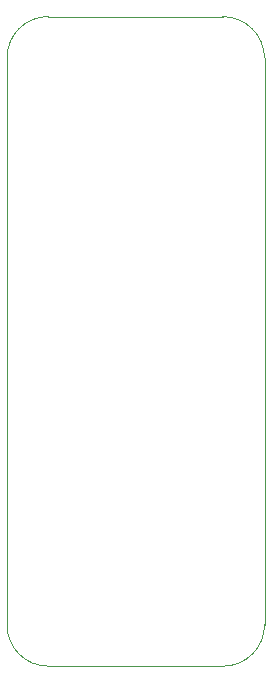
<source format=gm1>
%TF.GenerationSoftware,KiCad,Pcbnew,(5.99.0-11661-g1332208ab1)*%
%TF.CreationDate,2021-08-26T20:26:43-05:00*%
%TF.ProjectId,rpi-cm4-carrier-template,7270692d-636d-4342-9d63-617272696572,v01*%
%TF.SameCoordinates,Original*%
%TF.FileFunction,Profile,NP*%
%FSLAX46Y46*%
G04 Gerber Fmt 4.6, Leading zero omitted, Abs format (unit mm)*
G04 Created by KiCad (PCBNEW (5.99.0-11661-g1332208ab1)) date 2021-08-26 20:26:43*
%MOMM*%
%LPD*%
G01*
G04 APERTURE LIST*
%TA.AperFunction,Profile*%
%ADD10C,0.100000*%
%TD*%
G04 APERTURE END LIST*
D10*
X177800000Y-130000000D02*
X177800000Y-82000000D01*
X163000000Y-78500000D02*
X174250000Y-78500000D01*
X156000000Y-82000000D02*
G75*
G02*
X159474874Y-78500000I3474874J25036D01*
G01*
X156000000Y-82000000D02*
X156000000Y-130000000D01*
X159500000Y-133499999D02*
G75*
G02*
X156000000Y-130000000I-24860J3475140D01*
G01*
X159500000Y-133500000D02*
X163000000Y-133500000D01*
X177800000Y-130000000D02*
G75*
G02*
X174300000Y-133500000I-3500000J0D01*
G01*
X174250000Y-78500000D02*
G75*
G02*
X177800000Y-82000000I0J-3550357D01*
G01*
X163000000Y-133500000D02*
X174300000Y-133500000D01*
X159474874Y-78500000D02*
X163000000Y-78500000D01*
M02*

</source>
